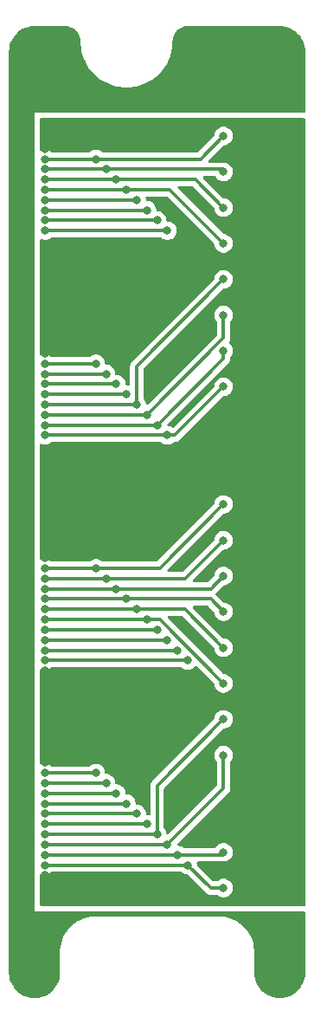
<source format=gbr>
%TF.GenerationSoftware,KiCad,Pcbnew,9.0.6*%
%TF.CreationDate,2025-12-05T19:39:21+03:00*%
%TF.ProjectId,PM_LED-18,504d5f4c-4544-42d3-9138-2e6b69636164,rev?*%
%TF.SameCoordinates,Original*%
%TF.FileFunction,Copper,L2,Bot*%
%TF.FilePolarity,Positive*%
%FSLAX46Y46*%
G04 Gerber Fmt 4.6, Leading zero omitted, Abs format (unit mm)*
G04 Created by KiCad (PCBNEW 9.0.6) date 2025-12-05 19:39:21*
%MOMM*%
%LPD*%
G01*
G04 APERTURE LIST*
%TA.AperFunction,ComponentPad*%
%ADD10C,0.700000*%
%TD*%
%TA.AperFunction,ComponentPad*%
%ADD11C,4.400000*%
%TD*%
%TA.AperFunction,ViaPad*%
%ADD12C,0.800000*%
%TD*%
%TA.AperFunction,Conductor*%
%ADD13C,0.300000*%
%TD*%
G04 APERTURE END LIST*
D10*
%TO.P,H5,1,1*%
%TO.N,PE*%
X-13650000Y-45000000D03*
X-13166726Y-43833274D03*
X-13166726Y-46166726D03*
X-12000000Y-43350000D03*
D11*
X-12000000Y-45000000D03*
D10*
X-12000000Y-46650000D03*
X-10833274Y-43833274D03*
X-10833274Y-46166726D03*
X-10350000Y-45000000D03*
%TD*%
%TO.P,H1,1,1*%
%TO.N,PE*%
X-13650000Y45000000D03*
X-13166726Y46166726D03*
X-13166726Y43833274D03*
X-12000000Y46650000D03*
D11*
X-12000000Y45000000D03*
D10*
X-12000000Y43350000D03*
X-10833274Y46166726D03*
X-10833274Y43833274D03*
X-10350000Y45000000D03*
%TD*%
%TO.P,H3,1,1*%
%TO.N,PE*%
X10350000Y-45000000D03*
X10833274Y-43833274D03*
X10833274Y-46166726D03*
X12000000Y-43350000D03*
D11*
X12000000Y-45000000D03*
D10*
X12000000Y-46650000D03*
X13166726Y-43833274D03*
X13166726Y-46166726D03*
X13650000Y-45000000D03*
%TD*%
%TO.P,H2,1,1*%
%TO.N,PE*%
X10350000Y45000000D03*
X10833274Y46166726D03*
X10833274Y43833274D03*
X12000000Y46650000D03*
D11*
X12000000Y45000000D03*
D10*
X12000000Y43350000D03*
X13166726Y46166726D03*
X13166726Y43833274D03*
X13650000Y45000000D03*
%TD*%
D12*
%TO.N,GND*%
X-11000000Y-24500000D03*
X-11000000Y-4500000D03*
X-11000000Y15500000D03*
X-11000000Y-15500000D03*
X-11000000Y35500000D03*
X-11000000Y24500000D03*
X-11000000Y-35500000D03*
X-11000000Y4500000D03*
%TO.N,/LEDa.2*%
X-11000000Y32500000D03*
X-4000000Y32500000D03*
X-11000000Y12500000D03*
X-4000000Y12500000D03*
X6500000Y29750000D03*
%TO.N,/LEDa.3*%
X-11000000Y11500000D03*
X-11000000Y31500000D03*
X-3000000Y31500000D03*
X-3000000Y11500000D03*
X6500000Y26250000D03*
%TO.N,/LEDa.4*%
X-11000000Y30500000D03*
X6500000Y22750000D03*
X-11000000Y10500000D03*
X-2000000Y10500000D03*
X-2000000Y30500000D03*
%TO.N,/LEDa.7*%
X-11000000Y27500000D03*
X1000000Y7500000D03*
X1000000Y27500000D03*
X-11000000Y7500000D03*
X6500000Y12250000D03*
%TO.N,/LEDa.5*%
X-1000000Y29500000D03*
X-1000000Y9500000D03*
X-11000000Y9500000D03*
X-11000000Y29500000D03*
X6500000Y19250000D03*
%TO.N,/LEDa.0*%
X-6000000Y14500000D03*
X6500000Y36750000D03*
X-11000000Y14500000D03*
X-11000000Y34500000D03*
X-6000000Y34500000D03*
%TO.N,/LEDa.1*%
X6500000Y33250000D03*
X-5000000Y13500000D03*
X-11000000Y13500000D03*
X-5000000Y33500000D03*
X-11000000Y33500000D03*
%TO.N,/LEDa.6*%
X0Y28500000D03*
X-11000000Y8500000D03*
X-11000000Y28500000D03*
X0Y8500000D03*
X6500000Y15750000D03*
%TO.N,/LEDb.6*%
X0Y-31500000D03*
X0Y-11500000D03*
X-11000000Y-31500000D03*
X-11000000Y-11500000D03*
X6500000Y-20250000D03*
%TO.N,/LEDc.0*%
X2000000Y-33500000D03*
X2000000Y-13500000D03*
X-11000000Y-33500000D03*
X6500000Y-33250000D03*
X-11000000Y-13500000D03*
%TO.N,/LEDb.0*%
X-11000000Y-5500000D03*
X-6000000Y-5500000D03*
X-11000000Y-25500000D03*
X6500000Y750000D03*
X-6000000Y-25500000D03*
%TO.N,/LEDb.2*%
X-11000000Y-27500000D03*
X-4000000Y-7500000D03*
X-11000000Y-7500000D03*
X-4000000Y-27500000D03*
X6500000Y-6250000D03*
%TO.N,/LEDb.5*%
X-11000000Y-30500000D03*
X-1000000Y-10500000D03*
X-1000000Y-30500000D03*
X6500000Y-16750000D03*
X-11000000Y-10500000D03*
%TO.N,/LEDb.1*%
X-5000000Y-6500000D03*
X-11000000Y-6500000D03*
X-11000000Y-26500000D03*
X-5000000Y-26500000D03*
X6500000Y-2750000D03*
%TO.N,/LEDc.1*%
X-11000000Y-14500000D03*
X-11000000Y-34500000D03*
X3000000Y-34500000D03*
X3000000Y-14500000D03*
X6500000Y-36750000D03*
%TO.N,/LEDb.4*%
X-11000000Y-29500000D03*
X-2000000Y-9500000D03*
X-11000000Y-9500000D03*
X6500000Y-13250000D03*
X-2000000Y-29500000D03*
%TO.N,/LEDb.7*%
X1000000Y-32500000D03*
X6500000Y-23750000D03*
X-11000000Y-32500000D03*
X-11000000Y-12500000D03*
X1000000Y-12500000D03*
%TO.N,/LEDb.3*%
X-11000000Y-28500000D03*
X6500000Y-9750000D03*
X-11000000Y-8500000D03*
X-3000000Y-8500000D03*
X-3000000Y-28500000D03*
%TD*%
D13*
%TO.N,/LEDa.2*%
X3750000Y32500000D02*
X6500000Y29750000D01*
X-4000000Y32500000D02*
X-11000000Y32500000D01*
X-4000000Y12500000D02*
X-11000000Y12500000D01*
X-4000000Y32500000D02*
X3750000Y32500000D01*
%TO.N,/LEDa.3*%
X-3000000Y31500000D02*
X1250000Y31500000D01*
X1250000Y31500000D02*
X6500000Y26250000D01*
X-3000000Y11500000D02*
X-11000000Y11500000D01*
X-3000000Y31500000D02*
X-11000000Y31500000D01*
%TO.N,/LEDa.4*%
X-2000000Y14250000D02*
X6500000Y22750000D01*
X-2000000Y30500000D02*
X-11000000Y30500000D01*
X-2000000Y10500000D02*
X-2000000Y14250000D01*
X-2000000Y10500000D02*
X-11000000Y10500000D01*
%TO.N,/LEDa.7*%
X1000000Y7500000D02*
X-11000000Y7500000D01*
X1750000Y7500000D02*
X6500000Y12250000D01*
X1000000Y7500000D02*
X1750000Y7500000D01*
X1000000Y27500000D02*
X-11000000Y27500000D01*
%TO.N,/LEDa.5*%
X-1000000Y9500000D02*
X-11000000Y9500000D01*
X-1000000Y29500000D02*
X-11000000Y29500000D01*
X6500000Y17000000D02*
X6500000Y19250000D01*
X-1000000Y9500000D02*
X6500000Y17000000D01*
%TO.N,/LEDa.0*%
X-6000000Y34500000D02*
X-11000000Y34500000D01*
X-6000000Y34500000D02*
X4250000Y34500000D01*
X-6000000Y14500000D02*
X-11000000Y14500000D01*
X4250000Y34500000D02*
X6500000Y36750000D01*
%TO.N,/LEDa.1*%
X-5000000Y33500000D02*
X6250000Y33500000D01*
X6250000Y33500000D02*
X6500000Y33250000D01*
X-5000000Y13500000D02*
X-11000000Y13500000D01*
X-5000000Y33500000D02*
X-11000000Y33500000D01*
%TO.N,/LEDa.6*%
X0Y8500000D02*
X6500000Y15000000D01*
X0Y28500000D02*
X-11000000Y28500000D01*
X0Y8500000D02*
X-11000000Y8500000D01*
X6500000Y15000000D02*
X6500000Y15750000D01*
%TO.N,/LEDb.6*%
X0Y-31500000D02*
X0Y-26750000D01*
X0Y-26750000D02*
X6500000Y-20250000D01*
X0Y-11500000D02*
X-11000000Y-11500000D01*
X0Y-31500000D02*
X-11000000Y-31500000D01*
%TO.N,/LEDc.0*%
X6250000Y-33500000D02*
X6500000Y-33250000D01*
X2000000Y-13500000D02*
X-11000000Y-13500000D01*
X2000000Y-33500000D02*
X6250000Y-33500000D01*
X2000000Y-33500000D02*
X-11000000Y-33500000D01*
%TO.N,/LEDb.0*%
X-6000000Y-25500000D02*
X-11000000Y-25500000D01*
X-6000000Y-5500000D02*
X-11000000Y-5500000D01*
X-6000000Y-5500000D02*
X250000Y-5500000D01*
X250000Y-5500000D02*
X6500000Y750000D01*
%TO.N,/LEDb.2*%
X-4000000Y-7500000D02*
X-11000000Y-7500000D01*
X-4000000Y-27500000D02*
X-11000000Y-27500000D01*
X-4000000Y-7500000D02*
X5250000Y-7500000D01*
X5250000Y-7500000D02*
X6500000Y-6250000D01*
%TO.N,/LEDb.5*%
X-1000000Y-10500000D02*
X-11000000Y-10500000D01*
X-1000000Y-30500000D02*
X-11000000Y-30500000D01*
X-1000000Y-10500000D02*
X250000Y-10500000D01*
X250000Y-10500000D02*
X6500000Y-16750000D01*
%TO.N,/LEDb.1*%
X-5000000Y-6500000D02*
X-11000000Y-6500000D01*
X2750000Y-6500000D02*
X6500000Y-2750000D01*
X-5000000Y-6500000D02*
X2750000Y-6500000D01*
X-5000000Y-26500000D02*
X-11000000Y-26500000D01*
%TO.N,/LEDc.1*%
X3000000Y-34500000D02*
X-11000000Y-34500000D01*
X6500000Y-36750000D02*
X5250000Y-36750000D01*
X3000000Y-14500000D02*
X-11000000Y-14500000D01*
X5250000Y-36750000D02*
X3000000Y-34500000D01*
%TO.N,/LEDb.4*%
X2750000Y-9500000D02*
X6500000Y-13250000D01*
X-2000000Y-9500000D02*
X2750000Y-9500000D01*
X-2000000Y-9500000D02*
X-11000000Y-9500000D01*
X-2000000Y-29500000D02*
X-11000000Y-29500000D01*
%TO.N,/LEDb.7*%
X6500000Y-27000000D02*
X6500000Y-23750000D01*
X1000000Y-12500000D02*
X-11000000Y-12500000D01*
X1000000Y-32500000D02*
X-11000000Y-32500000D01*
X1000000Y-32500000D02*
X6500000Y-27000000D01*
%TO.N,/LEDb.3*%
X-3000000Y-8500000D02*
X5250000Y-8500000D01*
X5250000Y-8500000D02*
X6500000Y-9750000D01*
X-3000000Y-28500000D02*
X-11000000Y-28500000D01*
X-3000000Y-8500000D02*
X-11000000Y-8500000D01*
%TD*%
%TA.AperFunction,Conductor*%
%TO.N,GND*%
G36*
X14438247Y38474815D02*
G01*
X14484002Y38422011D01*
X14495208Y38370500D01*
X14495208Y-38370500D01*
X14475523Y-38437539D01*
X14422719Y-38483294D01*
X14371208Y-38494500D01*
X-11370500Y-38494500D01*
X-11437539Y-38474815D01*
X-11483294Y-38422011D01*
X-11494500Y-38370500D01*
X-11494500Y-35455444D01*
X-11474815Y-35388405D01*
X-11422011Y-35342650D01*
X-11352853Y-35332706D01*
X-11323050Y-35340882D01*
X-11262666Y-35365894D01*
X-11262664Y-35365894D01*
X-11262659Y-35365896D01*
X-11088696Y-35400499D01*
X-11088693Y-35400500D01*
X-11088691Y-35400500D01*
X-10911307Y-35400500D01*
X-10911306Y-35400499D01*
X-10850504Y-35388405D01*
X-10737342Y-35365896D01*
X-10737339Y-35365894D01*
X-10737334Y-35365894D01*
X-10573453Y-35298013D01*
X-10425965Y-35199464D01*
X-10425962Y-35199461D01*
X-10413319Y-35186819D01*
X-10351996Y-35153334D01*
X-10325638Y-35150500D01*
X2325638Y-35150500D01*
X2392677Y-35170185D01*
X2413319Y-35186819D01*
X2425961Y-35199461D01*
X2425965Y-35199464D01*
X2573446Y-35298009D01*
X2573459Y-35298016D01*
X2657210Y-35332706D01*
X2737334Y-35365894D01*
X2737336Y-35365894D01*
X2737341Y-35365896D01*
X2911304Y-35400499D01*
X2911307Y-35400500D01*
X2911309Y-35400500D01*
X2929192Y-35400500D01*
X2996231Y-35420185D01*
X3016873Y-35436819D01*
X4835325Y-37255272D01*
X4835331Y-37255277D01*
X4941874Y-37326466D01*
X5011221Y-37355189D01*
X5060256Y-37375501D01*
X5060259Y-37375501D01*
X5060260Y-37375502D01*
X5185928Y-37400500D01*
X5185931Y-37400500D01*
X5185932Y-37400500D01*
X5314069Y-37400500D01*
X5825638Y-37400500D01*
X5892677Y-37420185D01*
X5913319Y-37436819D01*
X5925961Y-37449461D01*
X5925965Y-37449464D01*
X6073446Y-37548009D01*
X6073459Y-37548016D01*
X6196363Y-37598923D01*
X6237334Y-37615894D01*
X6237336Y-37615894D01*
X6237341Y-37615896D01*
X6411304Y-37650499D01*
X6411307Y-37650500D01*
X6411309Y-37650500D01*
X6588693Y-37650500D01*
X6588694Y-37650499D01*
X6646682Y-37638964D01*
X6762658Y-37615896D01*
X6762661Y-37615894D01*
X6762666Y-37615894D01*
X6926547Y-37548013D01*
X7074035Y-37449464D01*
X7199464Y-37324035D01*
X7298013Y-37176547D01*
X7365894Y-37012666D01*
X7400500Y-36838691D01*
X7400500Y-36661309D01*
X7400500Y-36661306D01*
X7400499Y-36661304D01*
X7365896Y-36487341D01*
X7365893Y-36487332D01*
X7298016Y-36323459D01*
X7298009Y-36323446D01*
X7199464Y-36175965D01*
X7199461Y-36175961D01*
X7074038Y-36050538D01*
X7074034Y-36050535D01*
X6926553Y-35951990D01*
X6926540Y-35951983D01*
X6762667Y-35884106D01*
X6762658Y-35884103D01*
X6588694Y-35849500D01*
X6588691Y-35849500D01*
X6411309Y-35849500D01*
X6411306Y-35849500D01*
X6237341Y-35884103D01*
X6237332Y-35884106D01*
X6073459Y-35951983D01*
X6073446Y-35951990D01*
X5925965Y-36050535D01*
X5925961Y-36050538D01*
X5913319Y-36063181D01*
X5851996Y-36096666D01*
X5825638Y-36099500D01*
X5570808Y-36099500D01*
X5503769Y-36079815D01*
X5483127Y-36063181D01*
X3936819Y-34516873D01*
X3903334Y-34455550D01*
X3902061Y-34448809D01*
X3900500Y-34439065D01*
X3900500Y-34411309D01*
X3877641Y-34296393D01*
X3877277Y-34294117D01*
X3881411Y-34261668D01*
X3884326Y-34229100D01*
X3885804Y-34227196D01*
X3886109Y-34224807D01*
X3907129Y-34199745D01*
X3927189Y-34173923D01*
X3929459Y-34173121D01*
X3931009Y-34171275D01*
X3962244Y-34161555D01*
X3993078Y-34150678D01*
X3997592Y-34150556D01*
X3997724Y-34150516D01*
X3997847Y-34150550D01*
X3999716Y-34150500D01*
X6314070Y-34150500D01*
X6318843Y-34149550D01*
X6338494Y-34145641D01*
X6386883Y-34145641D01*
X6399453Y-34148141D01*
X6411307Y-34150500D01*
X6411309Y-34150500D01*
X6588693Y-34150500D01*
X6588694Y-34150499D01*
X6646682Y-34138964D01*
X6762658Y-34115896D01*
X6762661Y-34115894D01*
X6762666Y-34115894D01*
X6926547Y-34048013D01*
X7074035Y-33949464D01*
X7199464Y-33824035D01*
X7298013Y-33676547D01*
X7365894Y-33512666D01*
X7400500Y-33338691D01*
X7400500Y-33161309D01*
X7400500Y-33161306D01*
X7400499Y-33161304D01*
X7365896Y-32987341D01*
X7365893Y-32987332D01*
X7298016Y-32823459D01*
X7298009Y-32823446D01*
X7199464Y-32675965D01*
X7199461Y-32675961D01*
X7074038Y-32550538D01*
X7074034Y-32550535D01*
X6926553Y-32451990D01*
X6926540Y-32451983D01*
X6762667Y-32384106D01*
X6762658Y-32384103D01*
X6588694Y-32349500D01*
X6588691Y-32349500D01*
X6411309Y-32349500D01*
X6411306Y-32349500D01*
X6237341Y-32384103D01*
X6237332Y-32384106D01*
X6073459Y-32451983D01*
X6073446Y-32451990D01*
X5925965Y-32550535D01*
X5925961Y-32550538D01*
X5800538Y-32675961D01*
X5800535Y-32675965D01*
X5721406Y-32794391D01*
X5667794Y-32839196D01*
X5618304Y-32849500D01*
X2674362Y-32849500D01*
X2607323Y-32829815D01*
X2586681Y-32813181D01*
X2574038Y-32800538D01*
X2574034Y-32800535D01*
X2426553Y-32701990D01*
X2426540Y-32701983D01*
X2262667Y-32634106D01*
X2262658Y-32634103D01*
X2092480Y-32600253D01*
X2030569Y-32567868D01*
X1995994Y-32507152D01*
X1999734Y-32437383D01*
X2028988Y-32390957D01*
X7005277Y-27414669D01*
X7076466Y-27308126D01*
X7105789Y-27237334D01*
X7125501Y-27189744D01*
X7137915Y-27127334D01*
X7150500Y-27064071D01*
X7150500Y-24424361D01*
X7170185Y-24357322D01*
X7186816Y-24336682D01*
X7199464Y-24324035D01*
X7298013Y-24176547D01*
X7365894Y-24012666D01*
X7400500Y-23838691D01*
X7400500Y-23661309D01*
X7400500Y-23661306D01*
X7400499Y-23661304D01*
X7365896Y-23487341D01*
X7365893Y-23487332D01*
X7298016Y-23323459D01*
X7298009Y-23323446D01*
X7199464Y-23175965D01*
X7199461Y-23175961D01*
X7074038Y-23050538D01*
X7074034Y-23050535D01*
X6926553Y-22951990D01*
X6926540Y-22951983D01*
X6762667Y-22884106D01*
X6762658Y-22884103D01*
X6588694Y-22849500D01*
X6588691Y-22849500D01*
X6411309Y-22849500D01*
X6411306Y-22849500D01*
X6237341Y-22884103D01*
X6237332Y-22884106D01*
X6073459Y-22951983D01*
X6073446Y-22951990D01*
X5925965Y-23050535D01*
X5925961Y-23050538D01*
X5800538Y-23175961D01*
X5800535Y-23175965D01*
X5701990Y-23323446D01*
X5701983Y-23323459D01*
X5634106Y-23487332D01*
X5634103Y-23487341D01*
X5599500Y-23661304D01*
X5599500Y-23838695D01*
X5634103Y-24012658D01*
X5634106Y-24012667D01*
X5701983Y-24176540D01*
X5701990Y-24176553D01*
X5800534Y-24324033D01*
X5800535Y-24324034D01*
X5800536Y-24324035D01*
X5813180Y-24336679D01*
X5846665Y-24397999D01*
X5849500Y-24424361D01*
X5849500Y-26679192D01*
X5829815Y-26746231D01*
X5813181Y-26766873D01*
X1109044Y-31471009D01*
X1047721Y-31504494D01*
X978029Y-31499510D01*
X922096Y-31457638D01*
X899746Y-31407519D01*
X865896Y-31237341D01*
X865893Y-31237332D01*
X798016Y-31073459D01*
X798009Y-31073446D01*
X699464Y-30925965D01*
X699461Y-30925961D01*
X686819Y-30913319D01*
X653334Y-30851996D01*
X650500Y-30825638D01*
X650500Y-27070807D01*
X670185Y-27003768D01*
X686819Y-26983126D01*
X6483126Y-21186819D01*
X6544449Y-21153334D01*
X6570807Y-21150500D01*
X6588693Y-21150500D01*
X6588694Y-21150499D01*
X6646682Y-21138964D01*
X6762658Y-21115896D01*
X6762661Y-21115894D01*
X6762666Y-21115894D01*
X6926547Y-21048013D01*
X7074035Y-20949464D01*
X7199464Y-20824035D01*
X7298013Y-20676547D01*
X7365894Y-20512666D01*
X7400500Y-20338691D01*
X7400500Y-20161309D01*
X7400500Y-20161306D01*
X7400499Y-20161304D01*
X7365896Y-19987341D01*
X7365893Y-19987332D01*
X7298016Y-19823459D01*
X7298009Y-19823446D01*
X7199464Y-19675965D01*
X7199461Y-19675961D01*
X7074038Y-19550538D01*
X7074034Y-19550535D01*
X6926553Y-19451990D01*
X6926540Y-19451983D01*
X6762667Y-19384106D01*
X6762658Y-19384103D01*
X6588694Y-19349500D01*
X6588691Y-19349500D01*
X6411309Y-19349500D01*
X6411306Y-19349500D01*
X6237341Y-19384103D01*
X6237332Y-19384106D01*
X6073459Y-19451983D01*
X6073446Y-19451990D01*
X5925965Y-19550535D01*
X5925961Y-19550538D01*
X5800538Y-19675961D01*
X5800535Y-19675965D01*
X5701990Y-19823446D01*
X5701983Y-19823459D01*
X5634106Y-19987332D01*
X5634103Y-19987341D01*
X5599500Y-20161304D01*
X5599500Y-20179191D01*
X5579815Y-20246230D01*
X5563181Y-20266872D01*
X-505273Y-26335325D01*
X-505276Y-26335328D01*
X-556044Y-26411308D01*
X-556043Y-26411309D01*
X-576466Y-26441874D01*
X-625501Y-26560255D01*
X-625503Y-26560261D01*
X-650500Y-26685928D01*
X-650500Y-29500283D01*
X-655179Y-29516214D01*
X-654844Y-29532817D01*
X-664819Y-29549047D01*
X-670185Y-29567322D01*
X-682733Y-29578194D01*
X-691428Y-29592343D01*
X-708595Y-29600604D01*
X-722989Y-29613077D01*
X-739940Y-29615688D01*
X-754387Y-29622641D01*
X-782062Y-29622178D01*
X-789674Y-29623351D01*
X-794222Y-29622790D01*
X-911309Y-29599500D01*
X-983115Y-29599500D01*
X-990674Y-29598568D01*
X-1016034Y-29587597D01*
X-1042539Y-29579815D01*
X-1047644Y-29573924D01*
X-1054801Y-29570828D01*
X-1070205Y-29547887D01*
X-1088294Y-29527011D01*
X-1090246Y-29518040D01*
X-1093750Y-29512821D01*
X-1093992Y-29500820D01*
X-1099500Y-29475500D01*
X-1099500Y-29411306D01*
X-1099501Y-29411304D01*
X-1134104Y-29237341D01*
X-1134107Y-29237332D01*
X-1201984Y-29073459D01*
X-1201991Y-29073446D01*
X-1300536Y-28925965D01*
X-1300539Y-28925961D01*
X-1425962Y-28800538D01*
X-1425966Y-28800535D01*
X-1573447Y-28701990D01*
X-1573460Y-28701983D01*
X-1737333Y-28634106D01*
X-1737342Y-28634103D01*
X-1911306Y-28599500D01*
X-1911309Y-28599500D01*
X-1975500Y-28599500D01*
X-2042539Y-28579815D01*
X-2088294Y-28527011D01*
X-2099500Y-28475500D01*
X-2099500Y-28411306D01*
X-2099501Y-28411304D01*
X-2134104Y-28237341D01*
X-2134107Y-28237332D01*
X-2201984Y-28073459D01*
X-2201991Y-28073446D01*
X-2300536Y-27925965D01*
X-2300539Y-27925961D01*
X-2425962Y-27800538D01*
X-2425966Y-27800535D01*
X-2573447Y-27701990D01*
X-2573460Y-27701983D01*
X-2737333Y-27634106D01*
X-2737342Y-27634103D01*
X-2911306Y-27599500D01*
X-2911309Y-27599500D01*
X-2975500Y-27599500D01*
X-3042539Y-27579815D01*
X-3088294Y-27527011D01*
X-3099500Y-27475500D01*
X-3099500Y-27411306D01*
X-3099501Y-27411304D01*
X-3134104Y-27237341D01*
X-3134107Y-27237332D01*
X-3201984Y-27073459D01*
X-3201991Y-27073446D01*
X-3300536Y-26925965D01*
X-3300539Y-26925961D01*
X-3425962Y-26800538D01*
X-3425966Y-26800535D01*
X-3573447Y-26701990D01*
X-3573460Y-26701983D01*
X-3737333Y-26634106D01*
X-3737342Y-26634103D01*
X-3911306Y-26599500D01*
X-3911309Y-26599500D01*
X-3975500Y-26599500D01*
X-4042539Y-26579815D01*
X-4088294Y-26527011D01*
X-4099500Y-26475500D01*
X-4099500Y-26411306D01*
X-4099501Y-26411304D01*
X-4134104Y-26237341D01*
X-4134107Y-26237332D01*
X-4201984Y-26073459D01*
X-4201991Y-26073446D01*
X-4300536Y-25925965D01*
X-4300539Y-25925961D01*
X-4425962Y-25800538D01*
X-4425966Y-25800535D01*
X-4573447Y-25701990D01*
X-4573460Y-25701983D01*
X-4737333Y-25634106D01*
X-4737342Y-25634103D01*
X-4911306Y-25599500D01*
X-4911309Y-25599500D01*
X-4975500Y-25599500D01*
X-5042539Y-25579815D01*
X-5088294Y-25527011D01*
X-5099500Y-25475500D01*
X-5099500Y-25411306D01*
X-5099501Y-25411304D01*
X-5134104Y-25237341D01*
X-5134107Y-25237332D01*
X-5201984Y-25073459D01*
X-5201991Y-25073446D01*
X-5300536Y-24925965D01*
X-5300539Y-24925961D01*
X-5425962Y-24800538D01*
X-5425966Y-24800535D01*
X-5573447Y-24701990D01*
X-5573460Y-24701983D01*
X-5737333Y-24634106D01*
X-5737342Y-24634103D01*
X-5911306Y-24599500D01*
X-5911309Y-24599500D01*
X-6088691Y-24599500D01*
X-6088694Y-24599500D01*
X-6262659Y-24634103D01*
X-6262668Y-24634106D01*
X-6426541Y-24701983D01*
X-6426554Y-24701990D01*
X-6574035Y-24800535D01*
X-6574039Y-24800538D01*
X-6586681Y-24813181D01*
X-6648004Y-24846666D01*
X-6674362Y-24849500D01*
X-10325638Y-24849500D01*
X-10392677Y-24829815D01*
X-10413319Y-24813181D01*
X-10425962Y-24800538D01*
X-10425966Y-24800535D01*
X-10573447Y-24701990D01*
X-10573460Y-24701983D01*
X-10737333Y-24634106D01*
X-10737342Y-24634103D01*
X-10911306Y-24599500D01*
X-10911309Y-24599500D01*
X-11088691Y-24599500D01*
X-11088694Y-24599500D01*
X-11262659Y-24634103D01*
X-11262663Y-24634105D01*
X-11262665Y-24634105D01*
X-11262666Y-24634106D01*
X-11265570Y-24635309D01*
X-11323049Y-24659117D01*
X-11392519Y-24666584D01*
X-11454997Y-24635309D01*
X-11490649Y-24575219D01*
X-11494500Y-24544555D01*
X-11494500Y-15455444D01*
X-11474815Y-15388405D01*
X-11422011Y-15342650D01*
X-11352853Y-15332706D01*
X-11323050Y-15340882D01*
X-11262666Y-15365894D01*
X-11262664Y-15365894D01*
X-11262659Y-15365896D01*
X-11088696Y-15400499D01*
X-11088693Y-15400500D01*
X-11088691Y-15400500D01*
X-10911307Y-15400500D01*
X-10911306Y-15400499D01*
X-10850504Y-15388405D01*
X-10737342Y-15365896D01*
X-10737339Y-15365894D01*
X-10737334Y-15365894D01*
X-10573453Y-15298013D01*
X-10425965Y-15199464D01*
X-10425962Y-15199461D01*
X-10413319Y-15186819D01*
X-10351996Y-15153334D01*
X-10325638Y-15150500D01*
X2325638Y-15150500D01*
X2392677Y-15170185D01*
X2413319Y-15186819D01*
X2425961Y-15199461D01*
X2425965Y-15199464D01*
X2573446Y-15298009D01*
X2573459Y-15298016D01*
X2657210Y-15332706D01*
X2737334Y-15365894D01*
X2737336Y-15365894D01*
X2737341Y-15365896D01*
X2911304Y-15400499D01*
X2911307Y-15400500D01*
X2911309Y-15400500D01*
X3088693Y-15400500D01*
X3088694Y-15400499D01*
X3149496Y-15388405D01*
X3262658Y-15365896D01*
X3262661Y-15365894D01*
X3262666Y-15365894D01*
X3426547Y-15298013D01*
X3574035Y-15199464D01*
X3699464Y-15074035D01*
X3699466Y-15074031D01*
X3703328Y-15069327D01*
X3705014Y-15070711D01*
X3751075Y-15032204D01*
X3820399Y-15023485D01*
X3883431Y-15053630D01*
X3888265Y-15058211D01*
X5563181Y-16733127D01*
X5596666Y-16794450D01*
X5599500Y-16820808D01*
X5599500Y-16838695D01*
X5634103Y-17012658D01*
X5634106Y-17012667D01*
X5701983Y-17176540D01*
X5701990Y-17176553D01*
X5800535Y-17324034D01*
X5800538Y-17324038D01*
X5925961Y-17449461D01*
X5925965Y-17449464D01*
X6073446Y-17548009D01*
X6073459Y-17548016D01*
X6196363Y-17598923D01*
X6237334Y-17615894D01*
X6237336Y-17615894D01*
X6237341Y-17615896D01*
X6411304Y-17650499D01*
X6411307Y-17650500D01*
X6411309Y-17650500D01*
X6588693Y-17650500D01*
X6588694Y-17650499D01*
X6646682Y-17638964D01*
X6762658Y-17615896D01*
X6762661Y-17615894D01*
X6762666Y-17615894D01*
X6926547Y-17548013D01*
X7074035Y-17449464D01*
X7199464Y-17324035D01*
X7298013Y-17176547D01*
X7365894Y-17012666D01*
X7400500Y-16838691D01*
X7400500Y-16661309D01*
X7400500Y-16661306D01*
X7400499Y-16661304D01*
X7365896Y-16487341D01*
X7365893Y-16487332D01*
X7298016Y-16323459D01*
X7298009Y-16323446D01*
X7199464Y-16175965D01*
X7199461Y-16175961D01*
X7074038Y-16050538D01*
X7074034Y-16050535D01*
X6926553Y-15951990D01*
X6926540Y-15951983D01*
X6762667Y-15884106D01*
X6762658Y-15884103D01*
X6588694Y-15849500D01*
X6588691Y-15849500D01*
X6570808Y-15849500D01*
X6503769Y-15829815D01*
X6483127Y-15813181D01*
X1032127Y-10362181D01*
X998642Y-10300858D01*
X1003626Y-10231166D01*
X1045498Y-10175233D01*
X1110962Y-10150816D01*
X1119808Y-10150500D01*
X2429192Y-10150500D01*
X2496231Y-10170185D01*
X2516873Y-10186819D01*
X5563181Y-13233127D01*
X5596666Y-13294450D01*
X5599500Y-13320808D01*
X5599500Y-13338695D01*
X5634103Y-13512658D01*
X5634106Y-13512667D01*
X5701983Y-13676540D01*
X5701990Y-13676553D01*
X5800535Y-13824034D01*
X5800538Y-13824038D01*
X5925961Y-13949461D01*
X5925965Y-13949464D01*
X6073446Y-14048009D01*
X6073459Y-14048016D01*
X6196363Y-14098923D01*
X6237334Y-14115894D01*
X6237336Y-14115894D01*
X6237341Y-14115896D01*
X6411304Y-14150499D01*
X6411307Y-14150500D01*
X6411309Y-14150500D01*
X6588693Y-14150500D01*
X6588694Y-14150499D01*
X6646682Y-14138964D01*
X6762658Y-14115896D01*
X6762661Y-14115894D01*
X6762666Y-14115894D01*
X6926547Y-14048013D01*
X7074035Y-13949464D01*
X7199464Y-13824035D01*
X7298013Y-13676547D01*
X7365894Y-13512666D01*
X7400500Y-13338691D01*
X7400500Y-13161309D01*
X7400500Y-13161306D01*
X7400499Y-13161304D01*
X7365896Y-12987341D01*
X7365893Y-12987332D01*
X7298016Y-12823459D01*
X7298009Y-12823446D01*
X7199464Y-12675965D01*
X7199461Y-12675961D01*
X7074038Y-12550538D01*
X7074034Y-12550535D01*
X6926553Y-12451990D01*
X6926540Y-12451983D01*
X6762667Y-12384106D01*
X6762658Y-12384103D01*
X6588694Y-12349500D01*
X6588691Y-12349500D01*
X6570808Y-12349500D01*
X6503769Y-12329815D01*
X6483127Y-12313181D01*
X3532127Y-9362181D01*
X3498642Y-9300858D01*
X3503626Y-9231166D01*
X3545498Y-9175233D01*
X3610962Y-9150816D01*
X3619808Y-9150500D01*
X4929192Y-9150500D01*
X4996231Y-9170185D01*
X5016873Y-9186819D01*
X5563181Y-9733127D01*
X5596666Y-9794450D01*
X5599500Y-9820808D01*
X5599500Y-9838695D01*
X5634103Y-10012658D01*
X5634106Y-10012667D01*
X5701983Y-10176540D01*
X5701990Y-10176553D01*
X5800535Y-10324034D01*
X5800538Y-10324038D01*
X5925961Y-10449461D01*
X5925965Y-10449464D01*
X6073446Y-10548009D01*
X6073459Y-10548016D01*
X6196363Y-10598923D01*
X6237334Y-10615894D01*
X6237336Y-10615894D01*
X6237341Y-10615896D01*
X6411304Y-10650499D01*
X6411307Y-10650500D01*
X6411309Y-10650500D01*
X6588693Y-10650500D01*
X6588694Y-10650499D01*
X6646682Y-10638964D01*
X6762658Y-10615896D01*
X6762661Y-10615894D01*
X6762666Y-10615894D01*
X6926547Y-10548013D01*
X7074035Y-10449464D01*
X7199464Y-10324035D01*
X7298013Y-10176547D01*
X7365894Y-10012666D01*
X7400500Y-9838691D01*
X7400500Y-9661309D01*
X7400500Y-9661306D01*
X7400499Y-9661304D01*
X7365896Y-9487341D01*
X7365893Y-9487332D01*
X7298016Y-9323459D01*
X7298009Y-9323446D01*
X7199464Y-9175965D01*
X7199461Y-9175961D01*
X7074038Y-9050538D01*
X7074034Y-9050535D01*
X6926553Y-8951990D01*
X6926540Y-8951983D01*
X6762667Y-8884106D01*
X6762658Y-8884103D01*
X6588694Y-8849500D01*
X6588691Y-8849500D01*
X6570808Y-8849500D01*
X6503769Y-8829815D01*
X6483127Y-8813181D01*
X5757627Y-8087681D01*
X5724142Y-8026358D01*
X5729126Y-7956666D01*
X5757627Y-7912319D01*
X6483127Y-7186819D01*
X6544450Y-7153334D01*
X6570808Y-7150500D01*
X6588693Y-7150500D01*
X6588694Y-7150499D01*
X6646682Y-7138964D01*
X6762658Y-7115896D01*
X6762661Y-7115894D01*
X6762666Y-7115894D01*
X6926547Y-7048013D01*
X7074035Y-6949464D01*
X7199464Y-6824035D01*
X7298013Y-6676547D01*
X7365894Y-6512666D01*
X7400500Y-6338691D01*
X7400500Y-6161309D01*
X7400500Y-6161306D01*
X7400499Y-6161304D01*
X7365896Y-5987341D01*
X7365893Y-5987332D01*
X7298016Y-5823459D01*
X7298009Y-5823446D01*
X7199464Y-5675965D01*
X7199461Y-5675961D01*
X7074038Y-5550538D01*
X7074034Y-5550535D01*
X6926553Y-5451990D01*
X6926540Y-5451983D01*
X6762667Y-5384106D01*
X6762658Y-5384103D01*
X6588694Y-5349500D01*
X6588691Y-5349500D01*
X6411309Y-5349500D01*
X6411306Y-5349500D01*
X6237341Y-5384103D01*
X6237332Y-5384106D01*
X6073459Y-5451983D01*
X6073446Y-5451990D01*
X5925965Y-5550535D01*
X5925961Y-5550538D01*
X5800538Y-5675961D01*
X5800535Y-5675965D01*
X5701990Y-5823446D01*
X5701983Y-5823459D01*
X5634106Y-5987332D01*
X5634103Y-5987341D01*
X5599500Y-6161304D01*
X5599500Y-6179192D01*
X5579815Y-6246231D01*
X5563181Y-6266873D01*
X5016873Y-6813181D01*
X4955550Y-6846666D01*
X4929192Y-6849500D01*
X3619808Y-6849500D01*
X3552769Y-6829815D01*
X3507014Y-6777011D01*
X3497070Y-6707853D01*
X3526095Y-6644297D01*
X3532127Y-6637819D01*
X6483127Y-3686819D01*
X6544450Y-3653334D01*
X6570808Y-3650500D01*
X6588693Y-3650500D01*
X6588694Y-3650499D01*
X6646682Y-3638964D01*
X6762658Y-3615896D01*
X6762661Y-3615894D01*
X6762666Y-3615894D01*
X6926547Y-3548013D01*
X7074035Y-3449464D01*
X7199464Y-3324035D01*
X7298013Y-3176547D01*
X7365894Y-3012666D01*
X7400500Y-2838691D01*
X7400500Y-2661309D01*
X7400500Y-2661306D01*
X7400499Y-2661304D01*
X7365896Y-2487341D01*
X7365893Y-2487332D01*
X7298016Y-2323459D01*
X7298009Y-2323446D01*
X7199464Y-2175965D01*
X7199461Y-2175961D01*
X7074038Y-2050538D01*
X7074034Y-2050535D01*
X6926553Y-1951990D01*
X6926540Y-1951983D01*
X6762667Y-1884106D01*
X6762658Y-1884103D01*
X6588694Y-1849500D01*
X6588691Y-1849500D01*
X6411309Y-1849500D01*
X6411306Y-1849500D01*
X6237341Y-1884103D01*
X6237332Y-1884106D01*
X6073459Y-1951983D01*
X6073446Y-1951990D01*
X5925965Y-2050535D01*
X5925961Y-2050538D01*
X5800538Y-2175961D01*
X5800535Y-2175965D01*
X5701990Y-2323446D01*
X5701983Y-2323459D01*
X5634106Y-2487332D01*
X5634103Y-2487341D01*
X5599500Y-2661304D01*
X5599500Y-2679192D01*
X5579815Y-2746231D01*
X5563181Y-2766873D01*
X2516873Y-5813181D01*
X2455550Y-5846666D01*
X2429192Y-5849500D01*
X1119808Y-5849500D01*
X1052769Y-5829815D01*
X1007014Y-5777011D01*
X997070Y-5707853D01*
X1026095Y-5644297D01*
X1032127Y-5637819D01*
X6483127Y-186819D01*
X6544450Y-153334D01*
X6570808Y-150500D01*
X6588693Y-150500D01*
X6588694Y-150499D01*
X6646682Y-138964D01*
X6762658Y-115896D01*
X6762661Y-115894D01*
X6762666Y-115894D01*
X6926547Y-48013D01*
X7074035Y50536D01*
X7199464Y175965D01*
X7298013Y323453D01*
X7365894Y487334D01*
X7400500Y661309D01*
X7400500Y838691D01*
X7400500Y838694D01*
X7400499Y838696D01*
X7365896Y1012659D01*
X7365893Y1012668D01*
X7298016Y1176541D01*
X7298009Y1176554D01*
X7199464Y1324035D01*
X7199461Y1324039D01*
X7074038Y1449462D01*
X7074034Y1449465D01*
X6926553Y1548010D01*
X6926540Y1548017D01*
X6762667Y1615894D01*
X6762658Y1615897D01*
X6588694Y1650500D01*
X6588691Y1650500D01*
X6411309Y1650500D01*
X6411306Y1650500D01*
X6237341Y1615897D01*
X6237332Y1615894D01*
X6073459Y1548017D01*
X6073446Y1548010D01*
X5925965Y1449465D01*
X5925961Y1449462D01*
X5800538Y1324039D01*
X5800535Y1324035D01*
X5701990Y1176554D01*
X5701983Y1176541D01*
X5634106Y1012668D01*
X5634103Y1012659D01*
X5599500Y838696D01*
X5599500Y820808D01*
X5579815Y753769D01*
X5563181Y733127D01*
X16873Y-4813181D01*
X-44450Y-4846666D01*
X-70808Y-4849500D01*
X-5325638Y-4849500D01*
X-5392677Y-4829815D01*
X-5413319Y-4813181D01*
X-5425962Y-4800538D01*
X-5425966Y-4800535D01*
X-5573447Y-4701990D01*
X-5573460Y-4701983D01*
X-5737333Y-4634106D01*
X-5737342Y-4634103D01*
X-5911306Y-4599500D01*
X-5911309Y-4599500D01*
X-6088691Y-4599500D01*
X-6088694Y-4599500D01*
X-6262659Y-4634103D01*
X-6262668Y-4634106D01*
X-6426541Y-4701983D01*
X-6426554Y-4701990D01*
X-6574035Y-4800535D01*
X-6574039Y-4800538D01*
X-6586681Y-4813181D01*
X-6648004Y-4846666D01*
X-6674362Y-4849500D01*
X-10325638Y-4849500D01*
X-10392677Y-4829815D01*
X-10413319Y-4813181D01*
X-10425962Y-4800538D01*
X-10425966Y-4800535D01*
X-10573447Y-4701990D01*
X-10573460Y-4701983D01*
X-10737333Y-4634106D01*
X-10737342Y-4634103D01*
X-10911306Y-4599500D01*
X-10911309Y-4599500D01*
X-11088691Y-4599500D01*
X-11088694Y-4599500D01*
X-11262659Y-4634103D01*
X-11262663Y-4634105D01*
X-11262665Y-4634105D01*
X-11262666Y-4634106D01*
X-11265570Y-4635309D01*
X-11323049Y-4659117D01*
X-11392519Y-4666584D01*
X-11454997Y-4635309D01*
X-11490649Y-4575219D01*
X-11494500Y-4544555D01*
X-11494500Y6544556D01*
X-11474815Y6611595D01*
X-11422011Y6657350D01*
X-11352853Y6667294D01*
X-11323050Y6659118D01*
X-11262666Y6634106D01*
X-11262664Y6634106D01*
X-11262659Y6634104D01*
X-11088696Y6599501D01*
X-11088693Y6599500D01*
X-11088691Y6599500D01*
X-10911307Y6599500D01*
X-10911306Y6599501D01*
X-10850504Y6611595D01*
X-10737342Y6634104D01*
X-10737339Y6634106D01*
X-10737334Y6634106D01*
X-10573453Y6701987D01*
X-10425965Y6800536D01*
X-10425962Y6800539D01*
X-10413319Y6813181D01*
X-10351996Y6846666D01*
X-10325638Y6849500D01*
X325638Y6849500D01*
X392677Y6829815D01*
X413319Y6813181D01*
X425961Y6800539D01*
X425965Y6800536D01*
X573446Y6701991D01*
X573459Y6701984D01*
X657210Y6667294D01*
X737334Y6634106D01*
X737336Y6634106D01*
X737341Y6634104D01*
X911304Y6599501D01*
X911307Y6599500D01*
X911309Y6599500D01*
X1088693Y6599500D01*
X1088694Y6599501D01*
X1149496Y6611595D01*
X1262658Y6634104D01*
X1262661Y6634106D01*
X1262666Y6634106D01*
X1426547Y6701987D01*
X1574035Y6800536D01*
X1574038Y6800539D01*
X1586681Y6813181D01*
X1648004Y6846666D01*
X1674362Y6849500D01*
X1814071Y6849500D01*
X1898615Y6866318D01*
X1939744Y6874499D01*
X2058127Y6923535D01*
X2106544Y6955886D01*
X2106544Y6955887D01*
X2106546Y6955887D01*
X2135606Y6975305D01*
X2164669Y6994723D01*
X6483127Y11313181D01*
X6544450Y11346666D01*
X6570808Y11349500D01*
X6588693Y11349500D01*
X6588694Y11349501D01*
X6646682Y11361036D01*
X6762658Y11384104D01*
X6762661Y11384106D01*
X6762666Y11384106D01*
X6926547Y11451987D01*
X7074035Y11550536D01*
X7199464Y11675965D01*
X7298013Y11823453D01*
X7365894Y11987334D01*
X7400500Y12161309D01*
X7400500Y12338691D01*
X7400500Y12338694D01*
X7400499Y12338696D01*
X7365896Y12512659D01*
X7365893Y12512668D01*
X7298016Y12676541D01*
X7298009Y12676554D01*
X7199464Y12824035D01*
X7199461Y12824039D01*
X7074038Y12949462D01*
X7074034Y12949465D01*
X6926553Y13048010D01*
X6926540Y13048017D01*
X6762667Y13115894D01*
X6762658Y13115897D01*
X6588694Y13150500D01*
X6588691Y13150500D01*
X6411309Y13150500D01*
X6411306Y13150500D01*
X6237341Y13115897D01*
X6237332Y13115894D01*
X6073459Y13048017D01*
X6073446Y13048010D01*
X5925965Y12949465D01*
X5925961Y12949462D01*
X5800538Y12824039D01*
X5800535Y12824035D01*
X5701990Y12676554D01*
X5701983Y12676541D01*
X5634106Y12512668D01*
X5634103Y12512659D01*
X5599500Y12338696D01*
X5599500Y12320809D01*
X5579815Y12253770D01*
X5563181Y12233128D01*
X1619307Y8289255D01*
X1557984Y8255770D01*
X1488292Y8260754D01*
X1462737Y8273833D01*
X1426555Y8298008D01*
X1426551Y8298010D01*
X1426547Y8298013D01*
X1426543Y8298015D01*
X1426539Y8298017D01*
X1262667Y8365894D01*
X1262658Y8365897D01*
X1092480Y8399747D01*
X1030569Y8432132D01*
X995994Y8492848D01*
X999734Y8562617D01*
X1028990Y8609045D01*
X7005273Y14585328D01*
X7005276Y14585331D01*
X7076465Y14691873D01*
X7125501Y14810256D01*
X7138479Y14875501D01*
X7150500Y14935931D01*
X7150500Y15079614D01*
X7150755Y15083585D01*
X7161418Y15112823D01*
X7170185Y15142678D01*
X7174061Y15147490D01*
X7174695Y15149225D01*
X7176670Y15150727D01*
X7186816Y15163318D01*
X7199464Y15175965D01*
X7298013Y15323453D01*
X7365894Y15487334D01*
X7400500Y15661309D01*
X7400500Y15838691D01*
X7400500Y15838694D01*
X7400499Y15838696D01*
X7365896Y16012659D01*
X7365893Y16012668D01*
X7298016Y16176541D01*
X7298009Y16176554D01*
X7199464Y16324035D01*
X7199461Y16324039D01*
X7074038Y16449462D01*
X7074029Y16449469D01*
X7066837Y16454275D01*
X7022033Y16507888D01*
X7013327Y16577213D01*
X7032628Y16626266D01*
X7076465Y16691873D01*
X7125501Y16810257D01*
X7150500Y16935931D01*
X7150500Y17064069D01*
X7150500Y18575639D01*
X7170185Y18642678D01*
X7186816Y18663318D01*
X7199464Y18675965D01*
X7298013Y18823453D01*
X7365894Y18987334D01*
X7400500Y19161309D01*
X7400500Y19338691D01*
X7400500Y19338694D01*
X7400499Y19338696D01*
X7365896Y19512659D01*
X7365893Y19512668D01*
X7298016Y19676541D01*
X7298009Y19676554D01*
X7199464Y19824035D01*
X7199461Y19824039D01*
X7074038Y19949462D01*
X7074034Y19949465D01*
X6926553Y20048010D01*
X6926540Y20048017D01*
X6762667Y20115894D01*
X6762658Y20115897D01*
X6588694Y20150500D01*
X6588691Y20150500D01*
X6411309Y20150500D01*
X6411306Y20150500D01*
X6237341Y20115897D01*
X6237332Y20115894D01*
X6073459Y20048017D01*
X6073446Y20048010D01*
X5925965Y19949465D01*
X5925961Y19949462D01*
X5800538Y19824039D01*
X5800535Y19824035D01*
X5701990Y19676554D01*
X5701983Y19676541D01*
X5634106Y19512668D01*
X5634103Y19512659D01*
X5599500Y19338696D01*
X5599500Y19161305D01*
X5634103Y18987342D01*
X5634106Y18987333D01*
X5701983Y18823460D01*
X5701990Y18823447D01*
X5800534Y18675967D01*
X5800535Y18675966D01*
X5800536Y18675965D01*
X5813180Y18663321D01*
X5846665Y18602001D01*
X5849500Y18575639D01*
X5849500Y17320808D01*
X5829815Y17253769D01*
X5813181Y17233127D01*
X-890956Y10528991D01*
X-952279Y10495506D01*
X-1021971Y10500490D01*
X-1077904Y10542362D01*
X-1100254Y10592481D01*
X-1134104Y10762659D01*
X-1134107Y10762668D01*
X-1201984Y10926541D01*
X-1201991Y10926554D01*
X-1300536Y11074035D01*
X-1300539Y11074039D01*
X-1313181Y11086681D01*
X-1346666Y11148004D01*
X-1349500Y11174362D01*
X-1349500Y13929192D01*
X-1329815Y13996231D01*
X-1313181Y14016873D01*
X6483127Y21813181D01*
X6544450Y21846666D01*
X6570808Y21849500D01*
X6588693Y21849500D01*
X6588694Y21849501D01*
X6646682Y21861036D01*
X6762658Y21884104D01*
X6762661Y21884106D01*
X6762666Y21884106D01*
X6926547Y21951987D01*
X7074035Y22050536D01*
X7199464Y22175965D01*
X7298013Y22323453D01*
X7365894Y22487334D01*
X7400500Y22661309D01*
X7400500Y22838691D01*
X7400500Y22838694D01*
X7400499Y22838696D01*
X7365896Y23012659D01*
X7365893Y23012668D01*
X7298016Y23176541D01*
X7298009Y23176554D01*
X7199464Y23324035D01*
X7199461Y23324039D01*
X7074038Y23449462D01*
X7074034Y23449465D01*
X6926553Y23548010D01*
X6926540Y23548017D01*
X6762667Y23615894D01*
X6762658Y23615897D01*
X6588694Y23650500D01*
X6588691Y23650500D01*
X6411309Y23650500D01*
X6411306Y23650500D01*
X6237341Y23615897D01*
X6237332Y23615894D01*
X6073459Y23548017D01*
X6073446Y23548010D01*
X5925965Y23449465D01*
X5925961Y23449462D01*
X5800538Y23324039D01*
X5800535Y23324035D01*
X5701990Y23176554D01*
X5701983Y23176541D01*
X5634106Y23012668D01*
X5634103Y23012659D01*
X5599500Y22838696D01*
X5599500Y22820809D01*
X5579815Y22753770D01*
X5563181Y22733128D01*
X-2505273Y14664675D01*
X-2505276Y14664672D01*
X-2556044Y14588692D01*
X-2556043Y14588691D01*
X-2576466Y14558126D01*
X-2625501Y14439745D01*
X-2625503Y14439739D01*
X-2650500Y14314072D01*
X-2650500Y12499717D01*
X-2655179Y12483786D01*
X-2654844Y12467183D01*
X-2664819Y12450953D01*
X-2670185Y12432678D01*
X-2682733Y12421806D01*
X-2691428Y12407657D01*
X-2708595Y12399396D01*
X-2722989Y12386923D01*
X-2739940Y12384312D01*
X-2754387Y12377359D01*
X-2782062Y12377822D01*
X-2789674Y12376649D01*
X-2794222Y12377210D01*
X-2911309Y12400500D01*
X-2983115Y12400500D01*
X-2990674Y12401432D01*
X-3016034Y12412403D01*
X-3042539Y12420185D01*
X-3047644Y12426076D01*
X-3054801Y12429172D01*
X-3070205Y12452113D01*
X-3088294Y12472989D01*
X-3090246Y12481960D01*
X-3093750Y12487179D01*
X-3093992Y12499180D01*
X-3099500Y12524500D01*
X-3099500Y12588694D01*
X-3099501Y12588696D01*
X-3134104Y12762659D01*
X-3134107Y12762668D01*
X-3201984Y12926541D01*
X-3201991Y12926554D01*
X-3300536Y13074035D01*
X-3300539Y13074039D01*
X-3425962Y13199462D01*
X-3425966Y13199465D01*
X-3573447Y13298010D01*
X-3573460Y13298017D01*
X-3737333Y13365894D01*
X-3737342Y13365897D01*
X-3911306Y13400500D01*
X-3911309Y13400500D01*
X-3975500Y13400500D01*
X-4042539Y13420185D01*
X-4088294Y13472989D01*
X-4099500Y13524500D01*
X-4099500Y13588694D01*
X-4099501Y13588696D01*
X-4134104Y13762659D01*
X-4134107Y13762668D01*
X-4201984Y13926541D01*
X-4201991Y13926554D01*
X-4300536Y14074035D01*
X-4300539Y14074039D01*
X-4425962Y14199462D01*
X-4425966Y14199465D01*
X-4573447Y14298010D01*
X-4573460Y14298017D01*
X-4737333Y14365894D01*
X-4737342Y14365897D01*
X-4911306Y14400500D01*
X-4911309Y14400500D01*
X-4975500Y14400500D01*
X-5042539Y14420185D01*
X-5088294Y14472989D01*
X-5099500Y14524500D01*
X-5099500Y14588694D01*
X-5099501Y14588696D01*
X-5134104Y14762659D01*
X-5134107Y14762668D01*
X-5201984Y14926541D01*
X-5201991Y14926554D01*
X-5300536Y15074035D01*
X-5300539Y15074039D01*
X-5425962Y15199462D01*
X-5425966Y15199465D01*
X-5573447Y15298010D01*
X-5573460Y15298017D01*
X-5737333Y15365894D01*
X-5737342Y15365897D01*
X-5911306Y15400500D01*
X-5911309Y15400500D01*
X-6088691Y15400500D01*
X-6088694Y15400500D01*
X-6262659Y15365897D01*
X-6262668Y15365894D01*
X-6426541Y15298017D01*
X-6426554Y15298010D01*
X-6574035Y15199465D01*
X-6574039Y15199462D01*
X-6586681Y15186819D01*
X-6648004Y15153334D01*
X-6674362Y15150500D01*
X-10325638Y15150500D01*
X-10392677Y15170185D01*
X-10413319Y15186819D01*
X-10425962Y15199462D01*
X-10425966Y15199465D01*
X-10573447Y15298010D01*
X-10573460Y15298017D01*
X-10737333Y15365894D01*
X-10737342Y15365897D01*
X-10911306Y15400500D01*
X-10911309Y15400500D01*
X-11088691Y15400500D01*
X-11088694Y15400500D01*
X-11262659Y15365897D01*
X-11262663Y15365895D01*
X-11262665Y15365895D01*
X-11262666Y15365894D01*
X-11265570Y15364691D01*
X-11323049Y15340883D01*
X-11392519Y15333416D01*
X-11454997Y15364691D01*
X-11490649Y15424781D01*
X-11494500Y15455445D01*
X-11494500Y26544556D01*
X-11474815Y26611595D01*
X-11422011Y26657350D01*
X-11352853Y26667294D01*
X-11323050Y26659118D01*
X-11262666Y26634106D01*
X-11262664Y26634106D01*
X-11262659Y26634104D01*
X-11088696Y26599501D01*
X-11088693Y26599500D01*
X-11088691Y26599500D01*
X-10911307Y26599500D01*
X-10911306Y26599501D01*
X-10850504Y26611595D01*
X-10737342Y26634104D01*
X-10737339Y26634106D01*
X-10737334Y26634106D01*
X-10573453Y26701987D01*
X-10425965Y26800536D01*
X-10425962Y26800539D01*
X-10413319Y26813181D01*
X-10351996Y26846666D01*
X-10325638Y26849500D01*
X325638Y26849500D01*
X392677Y26829815D01*
X413319Y26813181D01*
X425961Y26800539D01*
X425965Y26800536D01*
X573446Y26701991D01*
X573459Y26701984D01*
X657210Y26667294D01*
X737334Y26634106D01*
X737336Y26634106D01*
X737341Y26634104D01*
X911304Y26599501D01*
X911307Y26599500D01*
X911309Y26599500D01*
X1088693Y26599500D01*
X1088694Y26599501D01*
X1149496Y26611595D01*
X1262658Y26634104D01*
X1262661Y26634106D01*
X1262666Y26634106D01*
X1426547Y26701987D01*
X1574035Y26800536D01*
X1699464Y26925965D01*
X1798013Y27073453D01*
X1865894Y27237334D01*
X1900500Y27411309D01*
X1900500Y27588691D01*
X1900500Y27588694D01*
X1900499Y27588696D01*
X1865896Y27762659D01*
X1865893Y27762668D01*
X1798016Y27926541D01*
X1798009Y27926554D01*
X1699464Y28074035D01*
X1699461Y28074039D01*
X1574038Y28199462D01*
X1574034Y28199465D01*
X1426553Y28298010D01*
X1426540Y28298017D01*
X1262667Y28365894D01*
X1262658Y28365897D01*
X1088694Y28400500D01*
X1088691Y28400500D01*
X1024500Y28400500D01*
X957461Y28420185D01*
X911706Y28472989D01*
X900500Y28524500D01*
X900500Y28588694D01*
X900499Y28588696D01*
X865896Y28762659D01*
X865893Y28762668D01*
X798016Y28926541D01*
X798009Y28926554D01*
X699464Y29074035D01*
X699461Y29074039D01*
X574038Y29199462D01*
X574034Y29199465D01*
X426553Y29298010D01*
X426540Y29298017D01*
X262667Y29365894D01*
X262658Y29365897D01*
X88694Y29400500D01*
X88691Y29400500D01*
X24500Y29400500D01*
X-42539Y29420185D01*
X-88294Y29472989D01*
X-99500Y29524500D01*
X-99500Y29588694D01*
X-99501Y29588696D01*
X-134104Y29762659D01*
X-134107Y29762668D01*
X-201984Y29926541D01*
X-201991Y29926554D01*
X-300536Y30074035D01*
X-300539Y30074039D01*
X-425962Y30199462D01*
X-425966Y30199465D01*
X-573447Y30298010D01*
X-573460Y30298017D01*
X-737333Y30365894D01*
X-737342Y30365897D01*
X-911306Y30400500D01*
X-911309Y30400500D01*
X-975500Y30400500D01*
X-976744Y30400866D01*
X-977994Y30400525D01*
X-1010184Y30410685D01*
X-1042539Y30420185D01*
X-1043387Y30421164D01*
X-1044624Y30421554D01*
X-1066221Y30447516D01*
X-1088294Y30472989D01*
X-1088749Y30474595D01*
X-1089308Y30475268D01*
X-1090319Y30480149D01*
X-1098568Y30509325D01*
X-1099500Y30516884D01*
X-1099500Y30588691D01*
X-1122794Y30705794D01*
X-1123352Y30710325D01*
X-1118397Y30740471D01*
X-1115674Y30770900D01*
X-1112784Y30774622D01*
X-1112019Y30779270D01*
X-1091551Y30801954D01*
X-1072811Y30826077D01*
X-1068370Y30827644D01*
X-1065212Y30831143D01*
X-1035727Y30839161D01*
X-1006922Y30849322D01*
X-1000284Y30849500D01*
X929192Y30849500D01*
X996231Y30829815D01*
X1016873Y30813181D01*
X5563181Y26266874D01*
X5596666Y26205551D01*
X5599500Y26179193D01*
X5599500Y26161305D01*
X5634103Y25987342D01*
X5634106Y25987333D01*
X5701983Y25823460D01*
X5701990Y25823447D01*
X5800535Y25675966D01*
X5800538Y25675962D01*
X5925961Y25550539D01*
X5925965Y25550536D01*
X6073446Y25451991D01*
X6073459Y25451984D01*
X6196363Y25401077D01*
X6237334Y25384106D01*
X6237336Y25384106D01*
X6237341Y25384104D01*
X6411304Y25349501D01*
X6411307Y25349500D01*
X6411309Y25349500D01*
X6588693Y25349500D01*
X6588694Y25349501D01*
X6646682Y25361036D01*
X6762658Y25384104D01*
X6762661Y25384106D01*
X6762666Y25384106D01*
X6926547Y25451987D01*
X7074035Y25550536D01*
X7199464Y25675965D01*
X7298013Y25823453D01*
X7365894Y25987334D01*
X7400500Y26161309D01*
X7400500Y26338691D01*
X7400500Y26338694D01*
X7400499Y26338696D01*
X7365896Y26512659D01*
X7365893Y26512668D01*
X7298016Y26676541D01*
X7298009Y26676554D01*
X7199464Y26824035D01*
X7199461Y26824039D01*
X7074038Y26949462D01*
X7074034Y26949465D01*
X6926553Y27048010D01*
X6926540Y27048017D01*
X6762667Y27115894D01*
X6762658Y27115897D01*
X6588694Y27150500D01*
X6588691Y27150500D01*
X6570807Y27150500D01*
X6503768Y27170185D01*
X6483126Y27186819D01*
X2032127Y31637819D01*
X1998642Y31699142D01*
X2003626Y31768834D01*
X2045498Y31824767D01*
X2110962Y31849184D01*
X2119808Y31849500D01*
X3429192Y31849500D01*
X3496231Y31829815D01*
X3516873Y31813181D01*
X5563181Y29766873D01*
X5596666Y29705550D01*
X5599500Y29679192D01*
X5599500Y29661305D01*
X5634103Y29487342D01*
X5634106Y29487333D01*
X5701983Y29323460D01*
X5701990Y29323447D01*
X5800535Y29175966D01*
X5800538Y29175962D01*
X5925961Y29050539D01*
X5925965Y29050536D01*
X6073446Y28951991D01*
X6073459Y28951984D01*
X6196363Y28901077D01*
X6237334Y28884106D01*
X6237336Y28884106D01*
X6237341Y28884104D01*
X6411304Y28849501D01*
X6411307Y28849500D01*
X6411309Y28849500D01*
X6588693Y28849500D01*
X6588694Y28849501D01*
X6646682Y28861036D01*
X6762658Y28884104D01*
X6762661Y28884106D01*
X6762666Y28884106D01*
X6926547Y28951987D01*
X7074035Y29050536D01*
X7199464Y29175965D01*
X7298013Y29323453D01*
X7365894Y29487334D01*
X7400500Y29661309D01*
X7400500Y29838691D01*
X7400500Y29838694D01*
X7400499Y29838696D01*
X7365896Y30012659D01*
X7365893Y30012668D01*
X7298016Y30176541D01*
X7298009Y30176554D01*
X7199464Y30324035D01*
X7199461Y30324039D01*
X7074038Y30449462D01*
X7074034Y30449465D01*
X6926553Y30548010D01*
X6926540Y30548017D01*
X6762667Y30615894D01*
X6762658Y30615897D01*
X6588694Y30650500D01*
X6588691Y30650500D01*
X6570808Y30650500D01*
X6503769Y30670185D01*
X6483127Y30686819D01*
X4532127Y32637819D01*
X4498642Y32699142D01*
X4503626Y32768834D01*
X4545498Y32824767D01*
X4610962Y32849184D01*
X4619808Y32849500D01*
X5618304Y32849500D01*
X5685343Y32829815D01*
X5721405Y32794392D01*
X5756213Y32742298D01*
X5800535Y32675966D01*
X5800538Y32675962D01*
X5925961Y32550539D01*
X5925965Y32550536D01*
X6073446Y32451991D01*
X6073459Y32451984D01*
X6196363Y32401077D01*
X6237334Y32384106D01*
X6237336Y32384106D01*
X6237341Y32384104D01*
X6411304Y32349501D01*
X6411307Y32349500D01*
X6411309Y32349500D01*
X6588693Y32349500D01*
X6588694Y32349501D01*
X6646682Y32361036D01*
X6762658Y32384104D01*
X6762661Y32384106D01*
X6762666Y32384106D01*
X6926547Y32451987D01*
X7074035Y32550536D01*
X7199464Y32675965D01*
X7298013Y32823453D01*
X7365894Y32987334D01*
X7400500Y33161309D01*
X7400500Y33338691D01*
X7400500Y33338694D01*
X7400499Y33338696D01*
X7365896Y33512659D01*
X7365893Y33512668D01*
X7298016Y33676541D01*
X7298009Y33676554D01*
X7199464Y33824035D01*
X7199461Y33824039D01*
X7074038Y33949462D01*
X7074034Y33949465D01*
X6926553Y34048010D01*
X6926540Y34048017D01*
X6762667Y34115894D01*
X6762658Y34115897D01*
X6588694Y34150500D01*
X6588691Y34150500D01*
X6411309Y34150500D01*
X6411304Y34150500D01*
X6386874Y34145641D01*
X6338496Y34145642D01*
X6314073Y34150500D01*
X6314069Y34150500D01*
X5119808Y34150500D01*
X5052769Y34170185D01*
X5007014Y34222989D01*
X4997070Y34292147D01*
X5026095Y34355703D01*
X5032127Y34362181D01*
X6483127Y35813181D01*
X6544450Y35846666D01*
X6570808Y35849500D01*
X6588693Y35849500D01*
X6588694Y35849501D01*
X6646682Y35861036D01*
X6762658Y35884104D01*
X6762661Y35884106D01*
X6762666Y35884106D01*
X6926547Y35951987D01*
X7074035Y36050536D01*
X7199464Y36175965D01*
X7298013Y36323453D01*
X7365894Y36487334D01*
X7400500Y36661309D01*
X7400500Y36838691D01*
X7400500Y36838694D01*
X7400499Y36838696D01*
X7365896Y37012659D01*
X7365893Y37012668D01*
X7298016Y37176541D01*
X7298009Y37176554D01*
X7199464Y37324035D01*
X7199461Y37324039D01*
X7074038Y37449462D01*
X7074034Y37449465D01*
X6926553Y37548010D01*
X6926540Y37548017D01*
X6762667Y37615894D01*
X6762658Y37615897D01*
X6588694Y37650500D01*
X6588691Y37650500D01*
X6411309Y37650500D01*
X6411306Y37650500D01*
X6237341Y37615897D01*
X6237332Y37615894D01*
X6073459Y37548017D01*
X6073446Y37548010D01*
X5925965Y37449465D01*
X5925961Y37449462D01*
X5800538Y37324039D01*
X5800535Y37324035D01*
X5701990Y37176554D01*
X5701983Y37176541D01*
X5634106Y37012668D01*
X5634103Y37012659D01*
X5599500Y36838696D01*
X5599500Y36820808D01*
X5579815Y36753769D01*
X5563181Y36733127D01*
X4016873Y35186819D01*
X3955550Y35153334D01*
X3929192Y35150500D01*
X-5325638Y35150500D01*
X-5392677Y35170185D01*
X-5413319Y35186819D01*
X-5425962Y35199462D01*
X-5425966Y35199465D01*
X-5573447Y35298010D01*
X-5573460Y35298017D01*
X-5737333Y35365894D01*
X-5737342Y35365897D01*
X-5911306Y35400500D01*
X-5911309Y35400500D01*
X-6088691Y35400500D01*
X-6088694Y35400500D01*
X-6262659Y35365897D01*
X-6262668Y35365894D01*
X-6426541Y35298017D01*
X-6426554Y35298010D01*
X-6574035Y35199465D01*
X-6574039Y35199462D01*
X-6586681Y35186819D01*
X-6648004Y35153334D01*
X-6674362Y35150500D01*
X-10325638Y35150500D01*
X-10392677Y35170185D01*
X-10413319Y35186819D01*
X-10425962Y35199462D01*
X-10425966Y35199465D01*
X-10573447Y35298010D01*
X-10573460Y35298017D01*
X-10737333Y35365894D01*
X-10737342Y35365897D01*
X-10911306Y35400500D01*
X-10911309Y35400500D01*
X-11088691Y35400500D01*
X-11088694Y35400500D01*
X-11262659Y35365897D01*
X-11262663Y35365895D01*
X-11262665Y35365895D01*
X-11262666Y35365894D01*
X-11265570Y35364691D01*
X-11323049Y35340883D01*
X-11392519Y35333416D01*
X-11454997Y35364691D01*
X-11490649Y35424781D01*
X-11494500Y35455445D01*
X-11494500Y38370500D01*
X-11474815Y38437539D01*
X-11422011Y38483294D01*
X-11370500Y38494500D01*
X14371208Y38494500D01*
X14438247Y38474815D01*
G37*
%TD.AperFunction*%
%TD*%
%TA.AperFunction,Conductor*%
%TO.N,PE*%
G36*
X-8995582Y47499184D02*
G01*
X-8795439Y47484870D01*
X-8777937Y47482353D01*
X-8586203Y47440645D01*
X-8569245Y47435666D01*
X-8385391Y47367091D01*
X-8369299Y47359741D01*
X-8197096Y47265712D01*
X-8182216Y47256151D01*
X-8025133Y47138559D01*
X-8011763Y47126973D01*
X-7873028Y46988238D01*
X-7861442Y46974868D01*
X-7784671Y46872314D01*
X-7743854Y46817790D01*
X-7734289Y46802905D01*
X-7640260Y46630702D01*
X-7632910Y46614610D01*
X-7564338Y46430764D01*
X-7559354Y46413788D01*
X-7517649Y46222069D01*
X-7515131Y46204558D01*
X-7500816Y46004420D01*
X-7500500Y45995573D01*
X-7500500Y45791932D01*
X-7462105Y45377572D01*
X-7462105Y45377571D01*
X-7442447Y45272413D01*
X-7385637Y44968507D01*
X-7271755Y44568252D01*
X-7148560Y44250250D01*
X-7121426Y44180209D01*
X-7121425Y44180207D01*
X-6935941Y43807705D01*
X-6935938Y43807699D01*
X-6716866Y43453886D01*
X-6501614Y43168845D01*
X-6466086Y43121799D01*
X-6185733Y42814267D01*
X-5878201Y42533914D01*
X-5546113Y42283133D01*
X-5192303Y42064063D01*
X-4819788Y41878573D01*
X-4431748Y41728245D01*
X-4031501Y41614366D01*
X-4031501Y41614365D01*
X-4031499Y41614365D01*
X-4031493Y41614363D01*
X-3622437Y41537897D01*
X-3622432Y41537897D01*
X-3622429Y41537896D01*
X-3422703Y41519389D01*
X-3208071Y41499500D01*
X-3208068Y41499500D01*
X-2791932Y41499500D01*
X-2791929Y41499500D01*
X-2532505Y41523540D01*
X-2377572Y41537896D01*
X-2377571Y41537896D01*
X-2377569Y41537897D01*
X-2377563Y41537897D01*
X-1968507Y41614363D01*
X-1568252Y41728245D01*
X-1180212Y41878573D01*
X-807697Y42064063D01*
X-453887Y42283133D01*
X-121799Y42533914D01*
X185733Y42814267D01*
X466086Y43121799D01*
X716867Y43453887D01*
X935937Y43807697D01*
X1121427Y44180212D01*
X1271755Y44568252D01*
X1385637Y44968507D01*
X1462103Y45377563D01*
X1500500Y45791929D01*
X1500500Y45995573D01*
X1500816Y46004419D01*
X1511318Y46151252D01*
X1515131Y46204566D01*
X1517646Y46222062D01*
X1559356Y46413801D01*
X1564333Y46430752D01*
X1632911Y46614615D01*
X1640259Y46630702D01*
X1702815Y46745266D01*
X1734291Y46802911D01*
X1743845Y46817779D01*
X1861448Y46974877D01*
X1873020Y46988231D01*
X2011769Y47126980D01*
X2025123Y47138552D01*
X2182221Y47256155D01*
X2197089Y47265709D01*
X2369298Y47359742D01*
X2385385Y47367089D01*
X2569248Y47435667D01*
X2586199Y47440644D01*
X2777938Y47482354D01*
X2795437Y47484870D01*
X2995547Y47499183D01*
X3004446Y47499498D01*
X11925740Y47495244D01*
X11926285Y47495208D01*
X11934108Y47495208D01*
X11996249Y47495208D01*
X12003736Y47494982D01*
X12293278Y47477468D01*
X12308141Y47475664D01*
X12589770Y47424053D01*
X12604307Y47420470D01*
X12877650Y47335292D01*
X12891646Y47329984D01*
X13152741Y47212474D01*
X13165999Y47205516D01*
X13411020Y47057397D01*
X13423338Y47048895D01*
X13517827Y46974868D01*
X13648727Y46872314D01*
X13659935Y46862384D01*
X13862383Y46659936D01*
X13872313Y46648728D01*
X14043077Y46430764D01*
X14048890Y46423345D01*
X14057396Y46411021D01*
X14205515Y46166000D01*
X14212473Y46152742D01*
X14329983Y45891647D01*
X14335293Y45877646D01*
X14420468Y45604309D01*
X14424052Y45589771D01*
X14475662Y45308143D01*
X14477467Y45293278D01*
X14494982Y45003737D01*
X14495208Y44996250D01*
X14495208Y39124000D01*
X14475523Y39056961D01*
X14422719Y39011206D01*
X14371208Y39000000D01*
X-12000000Y39000000D01*
X-12000000Y-39000000D01*
X14371208Y-39000000D01*
X14438247Y-39019685D01*
X14484002Y-39072489D01*
X14495208Y-39124000D01*
X14495208Y-44996249D01*
X14494982Y-45003736D01*
X14477467Y-45293277D01*
X14475662Y-45308142D01*
X14424052Y-45589770D01*
X14420468Y-45604308D01*
X14335293Y-45877645D01*
X14329983Y-45891646D01*
X14212473Y-46152741D01*
X14205515Y-46165999D01*
X14057396Y-46411020D01*
X14048890Y-46423344D01*
X13872313Y-46648727D01*
X13862383Y-46659935D01*
X13659935Y-46862383D01*
X13648727Y-46872313D01*
X13423344Y-47048890D01*
X13411020Y-47057396D01*
X13165999Y-47205515D01*
X13152741Y-47212473D01*
X12891646Y-47329983D01*
X12877645Y-47335293D01*
X12604308Y-47420468D01*
X12589770Y-47424052D01*
X12308142Y-47475662D01*
X12293277Y-47477467D01*
X12003736Y-47494982D01*
X11996249Y-47495208D01*
X11932788Y-47495208D01*
X11925303Y-47494982D01*
X11905411Y-47493778D01*
X11706204Y-47481729D01*
X11691339Y-47479924D01*
X11409201Y-47428220D01*
X11394663Y-47424636D01*
X11120824Y-47339305D01*
X11106826Y-47333996D01*
X10954095Y-47265257D01*
X10845268Y-47216278D01*
X10832011Y-47209320D01*
X10586540Y-47060929D01*
X10574216Y-47052423D01*
X10569706Y-47048890D01*
X10348425Y-46875526D01*
X10337217Y-46865596D01*
X10134403Y-46662782D01*
X10124473Y-46651574D01*
X10122243Y-46648727D01*
X9947572Y-46425777D01*
X9939070Y-46413459D01*
X9790679Y-46167988D01*
X9783721Y-46154731D01*
X9665999Y-45893164D01*
X9660697Y-45879183D01*
X9575362Y-45605335D01*
X9571779Y-45590798D01*
X9520075Y-45308660D01*
X9518270Y-45293795D01*
X9500725Y-45003737D01*
X9500499Y-44996250D01*
X9500499Y-44934108D01*
X9500500Y-42934108D01*
X9500500Y-42828034D01*
X9466789Y-42485750D01*
X9399691Y-42148427D01*
X9399690Y-42148426D01*
X9399690Y-42148422D01*
X9299850Y-41819295D01*
X9168231Y-41501538D01*
X9006100Y-41198213D01*
X8815019Y-40912240D01*
X8596828Y-40646373D01*
X8596827Y-40646372D01*
X8596823Y-40646367D01*
X8353632Y-40403176D01*
X8087765Y-40184985D01*
X8087764Y-40184984D01*
X8087760Y-40184981D01*
X7801787Y-39993900D01*
X7801782Y-39993897D01*
X7801775Y-39993893D01*
X7498469Y-39831772D01*
X7498464Y-39831770D01*
X7180706Y-39700150D01*
X6851572Y-39600308D01*
X6514248Y-39533210D01*
X6514249Y-39533210D01*
X6256456Y-39507821D01*
X6171969Y-39499500D01*
X6065892Y-39499500D01*
X-5934108Y-39499500D01*
X-6000000Y-39499500D01*
X-6171969Y-39499500D01*
X-6250034Y-39507188D01*
X-6514250Y-39533210D01*
X-6851573Y-39600308D01*
X-7180707Y-39700150D01*
X-7498465Y-39831770D01*
X-7498470Y-39831772D01*
X-7801776Y-39993893D01*
X-7801794Y-39993904D01*
X-8087752Y-40184975D01*
X-8087766Y-40184985D01*
X-8353633Y-40403176D01*
X-8596824Y-40646367D01*
X-8815015Y-40912234D01*
X-8815025Y-40912248D01*
X-9006096Y-41198206D01*
X-9006107Y-41198224D01*
X-9168228Y-41501530D01*
X-9168230Y-41501535D01*
X-9299850Y-41819293D01*
X-9399692Y-42148427D01*
X-9466790Y-42485750D01*
X-9500500Y-42828034D01*
X-9500500Y-42934107D01*
X-9500501Y-44996265D01*
X-9500727Y-45003752D01*
X-9518272Y-45293794D01*
X-9520077Y-45308659D01*
X-9571781Y-45590798D01*
X-9575365Y-45605336D01*
X-9660694Y-45879167D01*
X-9666003Y-45893168D01*
X-9783725Y-46154736D01*
X-9790684Y-46167995D01*
X-9939072Y-46413459D01*
X-9947578Y-46425782D01*
X-10124474Y-46651573D01*
X-10134404Y-46662781D01*
X-10337219Y-46865596D01*
X-10348427Y-46875526D01*
X-10574218Y-47052422D01*
X-10586541Y-47060928D01*
X-10832005Y-47209316D01*
X-10845264Y-47216275D01*
X-11106832Y-47333997D01*
X-11120833Y-47339306D01*
X-11394664Y-47424635D01*
X-11409202Y-47428219D01*
X-11691341Y-47479923D01*
X-11706206Y-47481728D01*
X-11992513Y-47499047D01*
X-12007487Y-47499047D01*
X-12293795Y-47481728D01*
X-12308660Y-47479923D01*
X-12590799Y-47428219D01*
X-12605337Y-47424635D01*
X-12879168Y-47339306D01*
X-12893169Y-47333997D01*
X-13154737Y-47216275D01*
X-13167996Y-47209316D01*
X-13174284Y-47205515D01*
X-13413463Y-47060926D01*
X-13425781Y-47052423D01*
X-13651574Y-46875526D01*
X-13662782Y-46865596D01*
X-13865597Y-46662781D01*
X-13875527Y-46651573D01*
X-13995481Y-46498463D01*
X-14052427Y-46425776D01*
X-14060925Y-46413465D01*
X-14209321Y-46167988D01*
X-14216273Y-46154743D01*
X-14334000Y-45893163D01*
X-14339307Y-45879167D01*
X-14347904Y-45851579D01*
X-14424637Y-45605335D01*
X-14428220Y-45590798D01*
X-14479924Y-45308659D01*
X-14481729Y-45293794D01*
X-14499274Y-45003736D01*
X-14499500Y-44996249D01*
X-14499500Y44996250D01*
X-14499274Y45003737D01*
X-14481729Y45293795D01*
X-14479924Y45308660D01*
X-14467295Y45377571D01*
X-14428220Y45590803D01*
X-14424636Y45605337D01*
X-14415641Y45634203D01*
X-14339304Y45879178D01*
X-14334002Y45893159D01*
X-14216269Y46154751D01*
X-14209324Y46167984D01*
X-14060920Y46413474D01*
X-14052433Y46425770D01*
X-13875520Y46651583D01*
X-13865605Y46662774D01*
X-13662774Y46865605D01*
X-13651583Y46875520D01*
X-13425770Y47052433D01*
X-13413474Y47060920D01*
X-13167984Y47209324D01*
X-13154751Y47216269D01*
X-12893159Y47334002D01*
X-12879178Y47339304D01*
X-12605332Y47424638D01*
X-12590803Y47428220D01*
X-12308656Y47479925D01*
X-12293799Y47481729D01*
X-12003736Y47499274D01*
X-11996249Y47499500D01*
X-11934108Y47499500D01*
X-9065892Y47499500D01*
X-9004428Y47499500D01*
X-8995582Y47499184D01*
G37*
%TD.AperFunction*%
%TD*%
M02*

</source>
